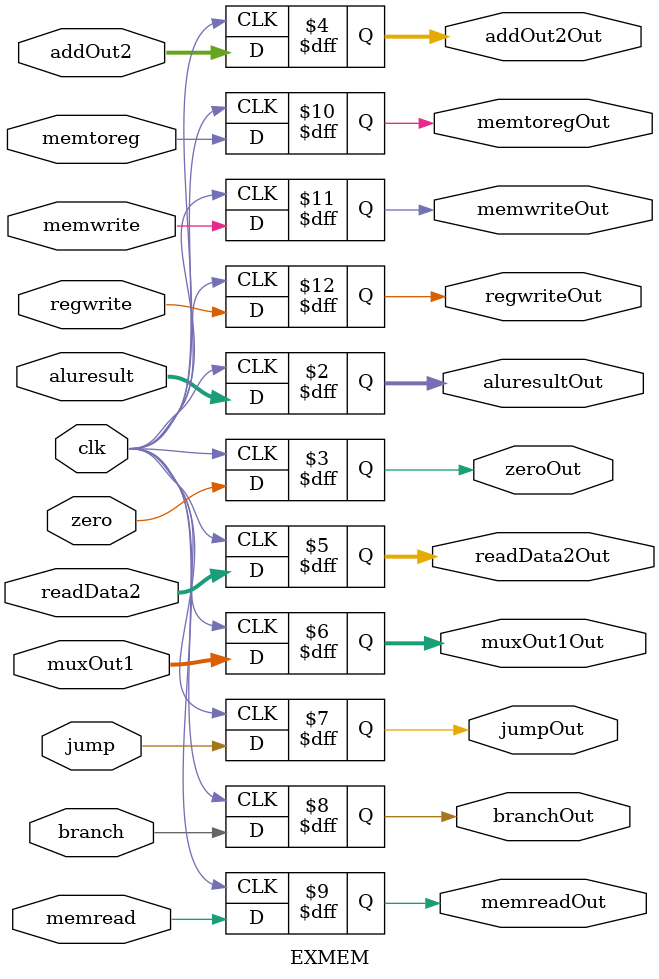
<source format=v>
`timescale 1ns / 1ps
module EXMEM(aluresult, zero, jump, branch, memread, memtoreg, memwrite, regwrite, addOut2, readData2,muxOut1,clk, aluresultOut, zeroOut, jumpOut, branchOut, memreadOut, memtoregOut, memwriteOut, regwriteOut, addOut2Out, readData2Out,muxOut1Out);

input [31:0]aluresult;
input zero;
input jump;
input branch;
input memread;
input memtoreg;
input memwrite;
input regwrite;
input [31:0]addOut2;
input [31:0]readData2;
input [4:0]muxOut1;
input clk;

output reg [31:0]aluresultOut;
output reg zeroOut;
output reg [31:0]addOut2Out;
output reg [31:0]readData2Out;
output reg [4:0]muxOut1Out;
output reg jumpOut;
output reg branchOut;
output reg memreadOut;
output reg memtoregOut;
output reg memwriteOut;
output reg regwriteOut;

always @(posedge clk)
begin
aluresultOut <= aluresult;
zeroOut <=zero;
jumpOut<=jump;
branchOut<=branch;
memreadOut<=memread;
memtoregOut<=memtoreg;
memwriteOut<=memwrite;
regwriteOut<=regwrite;
addOut2Out<=addOut2;
readData2Out<=readData2;
muxOut1Out<=muxOut1;
end

endmodule

</source>
